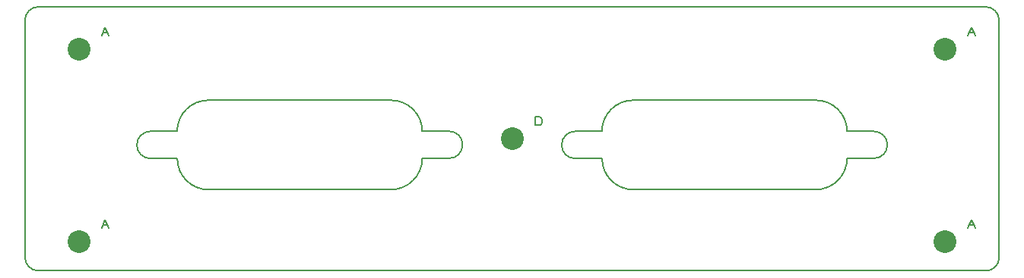
<source format=gbr>
%FSLAX36Y36*%
%MOMM*%
G04 EasyPC Gerber Version 18.0.8 Build 3632 *
%ADD11C,0.12700*%
%ADD70C,2.54000*%
X0Y0D02*
D02*
D11*
X26087500Y45512700D02*
G75*
G03X24587500Y44012700J-1500000D01*
G01*
Y17512700*
G75*
G03X26087500Y16012700I1500000*
G01*
X131587500*
G75*
G03X133087500Y17512700J1500000*
G01*
Y44012700*
G75*
G03X131587500Y45512700I-1500000*
G01*
X26087500*
X33127500Y20770800D02*
X33524400Y21723300D01*
X33921300Y20770800*
X33286300Y21167700D02*
X33762500D01*
X33127500Y42270800D02*
X33524400Y43223300D01*
X33921300Y42270800*
X33286300Y42667700D02*
X33762500D01*
X45016500Y35077700D02*
G75*
G03X41532100Y31593300J-3484400D01*
G01*
X38537500*
G75*
G03X37049500Y30105300J-1488000*
G01*
Y30055700*
G75*
G03X38531300Y28573900I1481800*
G01*
X41550700*
Y28561500*
G75*
G03X45022700Y25089500I3472000*
G01*
X65340100*
G75*
G03X68836900Y28586300J3496800*
G01*
X71843900*
G75*
G03X73325700Y30068100J1481800*
G01*
Y30123900*
G75*
G03X71850100Y31599500I-1475600*
G01*
X68836900*
G75*
G03X65358700Y35077700I-3478200*
G01*
X45016500*
X81377500Y32270800D02*
Y33223300D01*
X81853800*
X82012500Y33144000*
X82091900Y33064600*
X82171300Y32905800*
Y32588300*
X82091900Y32429600*
X82012500Y32350200*
X81853800Y32270800*
X81377500*
X92328700Y35077700D02*
G75*
G03X88844300Y31593300J-3484400D01*
G01*
X85849700*
G75*
G03X84361700Y30105300J-1488000*
G01*
Y30055700*
G75*
G03X85843500Y28573900I1481800*
G01*
X88862900*
Y28561500*
G75*
G03X92334900Y25089500I3472000*
G01*
X112652300*
G75*
G03X116149100Y28586300J3496800*
G01*
X119156100*
G75*
G03X120637900Y30068100J1481800*
G01*
Y30123900*
G75*
G03X119162300Y31599500I-1475600*
G01*
X116149100*
G75*
G03X112670900Y35077700I-3478200*
G01*
X92328700*
X129627500Y20770800D02*
X130024400Y21723300D01*
X130421300Y20770800*
X129786300Y21167700D02*
X130262500D01*
X129627500Y42270800D02*
X130024400Y43223300D01*
X130421300Y42270800*
X129786300Y42667700D02*
X130262500D01*
D02*
D70*
X30587500Y19262700D03*
Y40762700D03*
X78837500Y30762700D03*
X127087500Y19262700D03*
Y40762700D03*
X0Y0D02*
M02*

</source>
